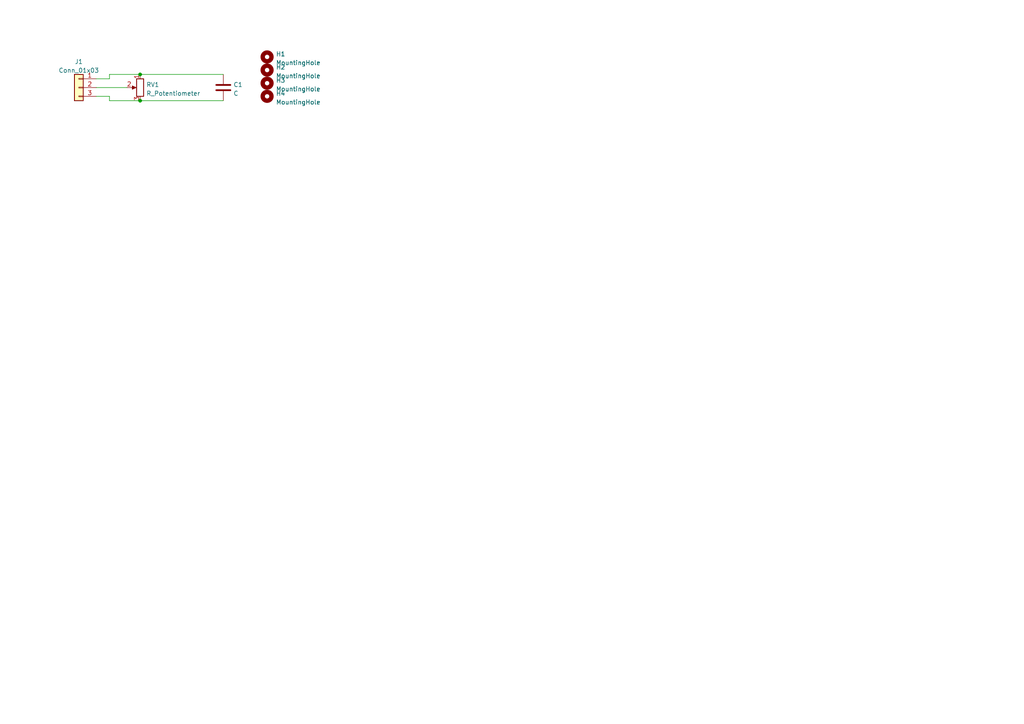
<source format=kicad_sch>
(kicad_sch (version 20211123) (generator eeschema)
  (paper "A4")
  (lib_symbols
    (symbol "Connector_Generic:Conn_01x03" (pin_names (offset 1.016) hide)
      (property "Reference" "J" (at 0 5.08 0))
      (property "Value" "Conn_01x03" (at 0 -5.08 0))
      (symbol "Conn_01x03_1_1"
        (rectangle (start -1.27 -2.413) (end 0 -2.667) (stroke (width 0.1524)))
        (rectangle (start -1.27 0.127) (end 0 -0.127) (stroke (width 0.1524)))
        (rectangle (start -1.27 2.667) (end 0 2.413) (stroke (width 0.1524)))
        (rectangle (start -1.27 3.81) (end 1.27 -3.81) (stroke (width 0.254)) (fill (type background)))
        (pin passive line (at -5.08 2.54 0) (length 3.81) (name "Pin_1") (number "1"))
        (pin passive line (at -5.08 0 0) (length 3.81) (name "Pin_2") (number "2"))
        (pin passive line (at -5.08 -2.54 0) (length 3.81) (name "Pin_3") (number "3"))
      )
    )
    (symbol "Device:C" (pin_numbers hide) (pin_names (offset 0.254))
      (property "Reference" "C" (at 0.635 2.54 0))
      (property "Value" "C" (at 0.635 -2.54 0))
      (symbol "C_0_1"
        (polyline (pts (xy -2.032 -0.762) (xy 2.032 -0.762)) (stroke (width 0.508)))
        (polyline (pts (xy -2.032 0.762) (xy 2.032 0.762)) (stroke (width 0.508)))
      )
      (symbol "C_1_1"
        (pin passive line (at 0 3.81 270) (length 2.794) (name "~") (number "1"))
        (pin passive line (at 0 -3.81 90) (length 2.794) (name "~") (number "2"))
      )
    )
    (symbol "Device:R_Potentiometer" (pin_names (offset 1.016) hide)
      (property "Reference" "RV" (at -4.445 0 90))
      (property "Value" "R_Potentiometer" (at -2.54 0 90))
      (symbol "R_Potentiometer_0_1"
        (polyline (pts (xy 2.54 0) (xy 1.524 0)))
        (polyline (pts (xy 1.143 0) (xy 2.286 0.508) (xy 2.286 -0.508) (xy 1.143 0)) (fill (type outline)))
        (rectangle (start 1.016 2.54) (end -1.016 -2.54) (stroke (width 0.254)))
      )
      (symbol "R_Potentiometer_1_1"
        (pin passive line (at 0 3.81 270) (length 1.27) (name "1") (number "1"))
        (pin passive line (at 3.81 0 180) (length 1.27) (name "2") (number "2"))
        (pin passive line (at 0 -3.81 90) (length 1.27) (name "3") (number "3"))
      )
    )
    (symbol "Mechanical:MountingHole" (pin_names (offset 1.016))
      (property "Reference" "H" (at 0 5.08 0))
      (property "Value" "MountingHole" (at 0 3.175 0))
      (symbol "MountingHole_0_1"
        (circle (center 0 0) (radius 1.27) (stroke (width 1.27)))
      )
    )
  )
  (junction (at 40.64 21.59))
  (junction (at 40.64 29.21))
  (wire (pts (xy 31.75 29.21) (xy 40.64 29.21)))
  (wire (pts (xy 27.94 22.86) (xy 31.75 22.86)))
  (wire (pts (xy 31.75 21.59) (xy 31.75 22.86)))
  (wire (pts (xy 31.75 27.94) (xy 31.75 29.21)))
  (wire (pts (xy 40.64 29.21) (xy 64.77 29.21)))
  (wire (pts (xy 40.64 21.59) (xy 64.77 21.59)))
  (wire (pts (xy 27.94 25.4) (xy 36.83 25.4)))
  (wire (pts (xy 40.64 21.59) (xy 31.75 21.59)))
  (wire (pts (xy 27.94 27.94) (xy 31.75 27.94)))
  (symbol (lib_id "Mechanical:MountingHole") (at 77.47 20.32 0) (unit 1)
    (property "Reference" "H2" (at 80.01 19.4853 0) (effects (justify left)))
    (property "Value" "MountingHole" (at 80.01 22.0222 0) (effects (justify left)))
    (property "Footprint" "MountingHole:MountingHole_3.2mm_M3" (effects hide))
  )
  (symbol (lib_id "Device:C") (at 64.77 25.4 0) (unit 1)
    (property "Reference" "C1" (at 67.691 24.5653 0) (effects (justify left)))
    (property "Value" "C" (at 67.691 27.1022 0) (effects (justify left)))
    (property "Footprint" "Capacitor_SMD:C_0603_1608Metric_Pad1.08x0.95mm_HandSolder" (effects hide))
  )
  (symbol (lib_id "Mechanical:MountingHole") (at 77.47 24.13 0) (unit 1)
    (property "Reference" "H3" (at 80.01 23.2953 0) (effects (justify left)))
    (property "Value" "MountingHole" (at 80.01 25.8322 0) (effects (justify left)))
    (property "Footprint" "MountingHole:MountingHole_3.2mm_M3" (effects hide))
  )
  (symbol (lib_id "Mechanical:MountingHole") (at 77.47 16.51 0) (unit 1)
    (property "Reference" "H1" (at 80.01 15.6753 0) (effects (justify left)))
    (property "Value" "MountingHole" (at 80.01 18.2122 0) (effects (justify left)))
    (property "Footprint" "MountingHole:MountingHole_3.2mm_M3" (effects hide))
  )
  (symbol (lib_id "Connector_Generic:Conn_01x03") (at 22.86 25.4 0) (mirror y) (unit 1)
    (property "Reference" "J1" (at 22.86 17.8902 0))
    (property "Value" "Conn_01x03" (at 22.86 20.4271 0))
    (property "Footprint" "Connector_PinHeader_2.54mm:PinHeader_1x03_P2.54mm_Vertical" (effects hide))
  )
  (symbol (lib_id "Device:R_Potentiometer") (at 40.64 25.4 0) (mirror y) (unit 1)
    (property "Reference" "RV1" (at 42.418 24.5653 0) (effects (justify right)))
    (property "Value" "R_Potentiometer" (at 42.418 27.1022 0) (effects (justify right)))
    (property "Footprint" "Homebrew:Potentiometer_Bourns_PTB01X3_Single_Slide" (effects hide))
    (property "Datasheet" "https://www.bourns.com/docs/Product-Datasheets/PTB.pdf" (effects hide))
  )
  (symbol (lib_id "Mechanical:MountingHole") (at 77.47 27.94 0) (unit 1)
    (property "Reference" "H4" (at 80.01 27.1053 0) (effects (justify left)))
    (property "Value" "MountingHole" (at 80.01 29.6422 0) (effects (justify left)))
    (property "Footprint" "MountingHole:MountingHole_3.2mm_M3" (effects hide))
  )
)
</source>
